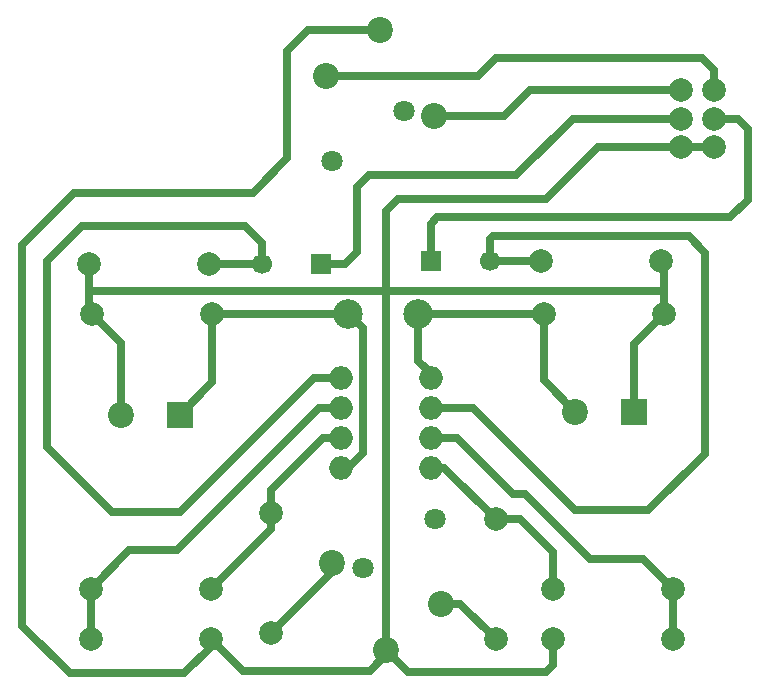
<source format=gbl>
G04 (created by PCBNEW (22-Jun-2014 BZR 4027)-stable) date wto, 14 mar 2017, 13:09:14*
%MOIN*%
G04 Gerber Fmt 3.4, Leading zero omitted, Abs format*
%FSLAX34Y34*%
G01*
G70*
G90*
G04 APERTURE LIST*
%ADD10C,0.00590551*%
%ADD11C,0.0866142*%
%ADD12R,0.0866142X0.0866142*%
%ADD13R,0.0669291X0.0669291*%
%ADD14C,0.0669291*%
%ADD15C,0.0984*%
%ADD16C,0.0787*%
%ADD17C,0.0787402*%
%ADD18C,0.0708661*%
%ADD19O,0.0787402X0.0787402*%
%ADD20C,0.0275591*%
G04 APERTURE END LIST*
G54D10*
G54D11*
X37992Y-39370D03*
G54D12*
X39960Y-39370D03*
G54D13*
X44685Y-34350D03*
G54D14*
X42716Y-34350D03*
G54D13*
X48326Y-34251D03*
G54D14*
X50295Y-34251D03*
G54D15*
X45590Y-36023D03*
X47913Y-36023D03*
G54D16*
X56397Y-46850D03*
X52397Y-46850D03*
X43011Y-46653D03*
X43011Y-42653D03*
X50492Y-46850D03*
X50492Y-42850D03*
X40944Y-34350D03*
X36944Y-34350D03*
X56003Y-34251D03*
X52003Y-34251D03*
X37007Y-46850D03*
X41007Y-46850D03*
X37007Y-45177D03*
X41007Y-45177D03*
X56397Y-45177D03*
X52397Y-45177D03*
X41043Y-36023D03*
X37043Y-36023D03*
X56102Y-36023D03*
X52102Y-36023D03*
G54D17*
X56673Y-30452D03*
X56673Y-29507D03*
X56673Y-28562D03*
X57775Y-29507D03*
X57775Y-30452D03*
X57775Y-28562D03*
G54D11*
X46850Y-47204D03*
X48669Y-45669D03*
X45047Y-44330D03*
G54D18*
X46070Y-44488D03*
X48468Y-42834D03*
G54D11*
X46653Y-26535D03*
X44834Y-28070D03*
X48456Y-29409D03*
G54D18*
X47433Y-29251D03*
X45035Y-30905D03*
G54D19*
X48326Y-41141D03*
X48326Y-40141D03*
X48326Y-39141D03*
X48326Y-38141D03*
X45326Y-38141D03*
X45326Y-39141D03*
X45326Y-40141D03*
X45326Y-41141D03*
G54D11*
X53149Y-39271D03*
G54D12*
X55118Y-39271D03*
G54D20*
X41007Y-46850D02*
X41007Y-47102D01*
X44251Y-26535D02*
X46653Y-26535D01*
X43543Y-27244D02*
X44251Y-26535D01*
X43543Y-30826D02*
X43543Y-27244D01*
X42401Y-31968D02*
X43543Y-30826D01*
X36456Y-31968D02*
X42401Y-31968D01*
X34724Y-33700D02*
X36456Y-31968D01*
X34724Y-46417D02*
X34724Y-33700D01*
X36299Y-47992D02*
X34724Y-46417D01*
X40118Y-47992D02*
X36299Y-47992D01*
X41007Y-47102D02*
X40118Y-47992D01*
X46850Y-47204D02*
X46850Y-47362D01*
X42070Y-47913D02*
X41007Y-46850D01*
X46299Y-47913D02*
X42070Y-47913D01*
X46850Y-47362D02*
X46299Y-47913D01*
X52397Y-46850D02*
X52397Y-47700D01*
X47578Y-47933D02*
X46850Y-47204D01*
X52165Y-47933D02*
X47578Y-47933D01*
X52397Y-47700D02*
X52165Y-47933D01*
X56673Y-30452D02*
X57775Y-30452D01*
X46850Y-35236D02*
X46850Y-32578D01*
X53897Y-30452D02*
X56673Y-30452D01*
X52165Y-32185D02*
X53897Y-30452D01*
X47244Y-32185D02*
X52165Y-32185D01*
X46850Y-32578D02*
X47244Y-32185D01*
X46850Y-47204D02*
X46850Y-35236D01*
X36944Y-35236D02*
X46850Y-35236D01*
X46850Y-35236D02*
X56003Y-35236D01*
X56003Y-35236D02*
X56102Y-35334D01*
X56102Y-36023D02*
X56102Y-35334D01*
X56102Y-35334D02*
X56102Y-34350D01*
X56102Y-34350D02*
X56003Y-34251D01*
X55118Y-39271D02*
X55118Y-37007D01*
X55118Y-37007D02*
X56102Y-36023D01*
X36944Y-34350D02*
X36944Y-35236D01*
X36944Y-35236D02*
X36944Y-35925D01*
X36944Y-35925D02*
X37043Y-36023D01*
X37992Y-39370D02*
X37992Y-36972D01*
X37992Y-36972D02*
X37043Y-36023D01*
X37007Y-46850D02*
X37007Y-45177D01*
X45326Y-39141D02*
X44618Y-39141D01*
X38287Y-43897D02*
X37007Y-45177D01*
X39862Y-43897D02*
X38287Y-43897D01*
X44618Y-39141D02*
X39862Y-43897D01*
X50295Y-34251D02*
X50295Y-33523D01*
X49732Y-39141D02*
X48326Y-39141D01*
X53149Y-42559D02*
X49732Y-39141D01*
X55590Y-42559D02*
X53149Y-42559D01*
X57480Y-40669D02*
X55590Y-42559D01*
X57480Y-33976D02*
X57480Y-40669D01*
X56929Y-33425D02*
X57480Y-33976D01*
X50393Y-33425D02*
X56929Y-33425D01*
X50295Y-33523D02*
X50393Y-33425D01*
X52003Y-34251D02*
X50295Y-34251D01*
X45326Y-40141D02*
X44740Y-40141D01*
X43011Y-41870D02*
X43011Y-42653D01*
X44740Y-40141D02*
X43011Y-41870D01*
X43011Y-42653D02*
X43011Y-43173D01*
X43011Y-43173D02*
X41007Y-45177D01*
X50492Y-42850D02*
X51314Y-42850D01*
X52397Y-43933D02*
X52397Y-45177D01*
X51314Y-42850D02*
X52397Y-43933D01*
X48326Y-41141D02*
X48783Y-41141D01*
X48783Y-41141D02*
X50492Y-42850D01*
X44834Y-28070D02*
X49921Y-28070D01*
X57775Y-27893D02*
X57775Y-28562D01*
X57362Y-27480D02*
X57775Y-27893D01*
X50511Y-27480D02*
X57362Y-27480D01*
X49921Y-28070D02*
X50511Y-27480D01*
X48456Y-29409D02*
X50787Y-29409D01*
X51633Y-28562D02*
X56673Y-28562D01*
X50787Y-29409D02*
X51633Y-28562D01*
X48326Y-34251D02*
X48326Y-33011D01*
X58562Y-29507D02*
X57775Y-29507D01*
X58897Y-29842D02*
X58562Y-29507D01*
X58897Y-32204D02*
X58897Y-29842D01*
X58307Y-32795D02*
X58897Y-32204D01*
X48543Y-32795D02*
X58307Y-32795D01*
X48326Y-33011D02*
X48543Y-32795D01*
X44685Y-34350D02*
X45472Y-34350D01*
X53070Y-29507D02*
X56673Y-29507D01*
X51181Y-31397D02*
X53070Y-29507D01*
X46259Y-31397D02*
X51181Y-31397D01*
X45866Y-31791D02*
X46259Y-31397D01*
X45866Y-33956D02*
X45866Y-31791D01*
X45472Y-34350D02*
X45866Y-33956D01*
X42716Y-34350D02*
X40944Y-34350D01*
X45326Y-38141D02*
X44437Y-38141D01*
X42716Y-33661D02*
X42716Y-34350D01*
X42125Y-33070D02*
X42716Y-33661D01*
X36712Y-33070D02*
X42125Y-33070D01*
X35531Y-34251D02*
X36712Y-33070D01*
X35531Y-40452D02*
X35531Y-34251D01*
X37696Y-42618D02*
X35531Y-40452D01*
X39960Y-42618D02*
X37696Y-42618D01*
X44437Y-38141D02*
X39960Y-42618D01*
X48669Y-45669D02*
X49311Y-45669D01*
X49311Y-45669D02*
X50492Y-46850D01*
X45047Y-44330D02*
X45047Y-44618D01*
X45047Y-44618D02*
X43011Y-46653D01*
X56397Y-46850D02*
X56397Y-45177D01*
X48326Y-40141D02*
X49196Y-40141D01*
X55413Y-44192D02*
X56397Y-45177D01*
X53641Y-44192D02*
X55413Y-44192D01*
X51476Y-42027D02*
X53641Y-44192D01*
X51082Y-42027D02*
X51476Y-42027D01*
X49196Y-40141D02*
X51082Y-42027D01*
X45326Y-41141D02*
X45570Y-41141D01*
X46062Y-36496D02*
X45590Y-36023D01*
X46062Y-40649D02*
X46062Y-36496D01*
X45570Y-41141D02*
X46062Y-40649D01*
X41043Y-36023D02*
X41043Y-38287D01*
X41043Y-38287D02*
X39960Y-39370D01*
X45590Y-36023D02*
X41043Y-36023D01*
X52102Y-36023D02*
X52102Y-38224D01*
X52102Y-38224D02*
X53149Y-39271D01*
X47913Y-36023D02*
X52102Y-36023D01*
X48326Y-38141D02*
X48326Y-37992D01*
X47913Y-37578D02*
X47913Y-36023D01*
X48326Y-37992D02*
X47913Y-37578D01*
M02*

</source>
